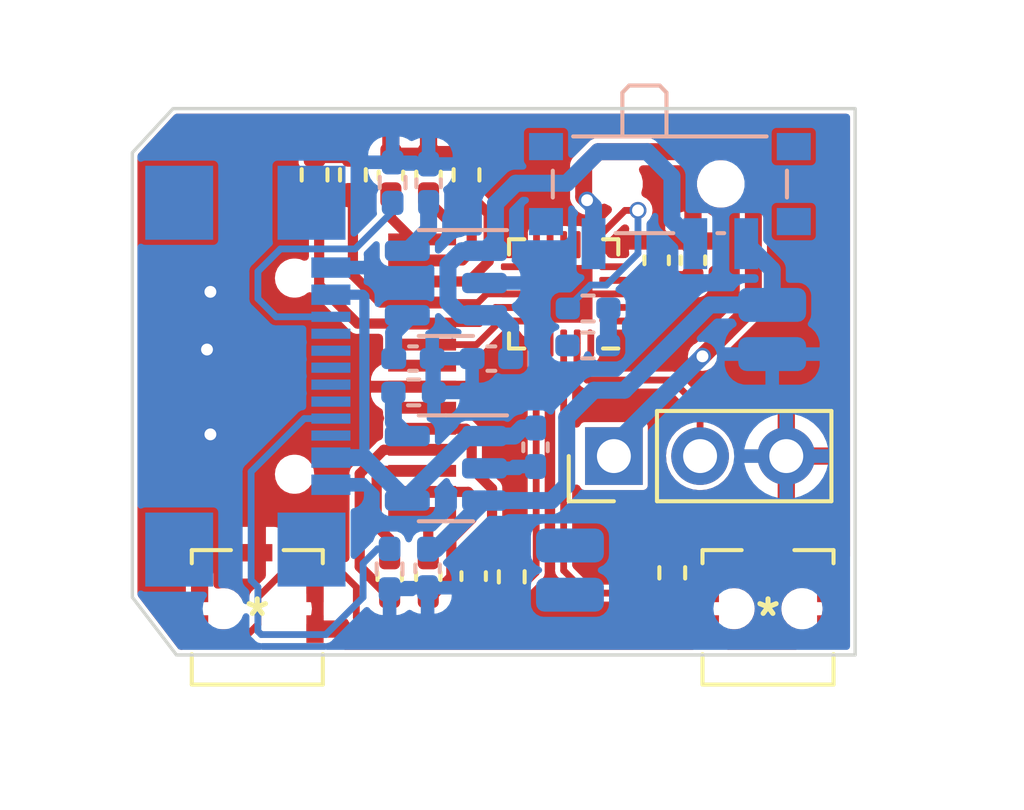
<source format=kicad_pcb>
(kicad_pcb (version 20211014) (generator pcbnew)
  (layers (0 "F.Cu" signal) (1 "In1.Cu" signal) (2 "In2.Cu" signal) (31 "B.Cu" power) (34 "B.Paste" user) (35 "F.Paste" user) (36 "B.SilkS" user "B.Silkscreen") (37 "F.SilkS" user "F.Silkscreen") (38 "B.Mask" user) (39 "F.Mask" user) (44 "Edge.Cuts" user))
  (net 0 "")
  (net 1 "/C2P")
  (net 2 "/C2N")
  (net 3 "/C1P")
  (net 4 "/C1N")
  (net 5 "GND")
  (net 6 "/VBUS")
  (net 7 "/BAT+")
  (net 8 "/bypass")
  (net 9 "/VBAT")
  (net 10 "+3V3")
  (net 11 "/-Piezo")
  (net 14 "SCL")
  (net 15 "SDA")
  (net 16 "BTN_RIGHT")
  (net 17 "BTN_LEFT")
  (net 18 "SENSE")
  (net 19 "VCC")
  (net 20 "UDPI")
  (net 22 "~{RES}")
  (net 29 "/CRG_PROG")
  (net 34 "/VCOMM")
  (net 35 "/VCC_CAP")
  (net 37 "/IREF")
  (net 42 "/CC1")
  (net 43 "/CC2")
  (net 44 "/PWR_IN")
  (footprint "Capacitor_SMD:C_0402_1005Metric_Pad0.74x0.62mm_HandSolder" (layer "F.Cu") (at 98.3825 88.5775 -90)
    (fp_text reference "C2" hide)
    (fp_text value "1uF")
    (fp_line (start -0.115835 -0.36) (end 0.115835 -0.36) (layer "F.SilkS") (width 0.12))
    (fp_line (start -0.115835 0.36) (end 0.115835 0.36) (layer "F.SilkS") (width 0.12))
    (pad "1" smd roundrect (at -0.5675 0 270) (size 0.735 0.62) (layers "F.Cu" "F.Paste" "F.Mask") (net 3 "/C1P"))
    (pad "2" smd roundrect (at 0.5675 0 270) (size 0.735 0.62) (layers "F.Cu" "F.Paste" "F.Mask") (net 4 "/C1N"))
  )
  (footprint "SMD_button:R-667799" (layer "F.Cu") (at 109.532 89.9918 180)
    (fp_text reference "SW2" hide)
    (fp_text value "BTN_LEFT" hide)
    (fp_text user "*" (at 0 0.2) (layer "F.SilkS"))
    (fp_line (start -1.9304 -1.7812) (end -1.9304 -0.884939) (layer "F.SilkS") (width 0.12))
    (fp_line (start -1.9304 1.793339) (end -1.9304 2.1812) (layer "F.SilkS") (width 0.12))
    (fp_line (start 1.9304 -1.7812) (end -1.9304 -1.7812) (layer "F.SilkS") (width 0.12))
    (fp_line (start 1.9304 2.1812) (end 1.9304 1.793339) (layer "F.SilkS") (width 0.12))
    (fp_line (start 1.9304 -0.884939) (end 1.9304 -1.7812) (layer "F.SilkS") (width 0.12))
    (fp_line (start -1.9304 2.1812) (end -0.77724 2.1812) (layer "F.SilkS") (width 0.12))
    (fp_line (start 0.77724 2.1812) (end 1.9304 2.1812) (layer "F.SilkS") (width 0.12))
    (pad "" np_thru_hole circle (at 1.000001 0.4542) (size 0.7112 0.7112) (drill 0.7112) (layers *.Cu *.Mask))
    (pad "" np_thru_hole circle (at -1.000001 0.4542) (size 0.7112 0.7112) (drill 0.7112) (layers *.Cu *.Mask))
    (pad "1" smd rect (at 1.700002 -0.145799) (size 0.508 0.8128) (layers "F.Cu" "F.Paste" "F.Mask") (net 17 "BTN_LEFT"))
    (pad "2" smd rect (at -1.700002 -0.145799) (size 0.508 0.8128) (layers "F.Cu" "F.Paste" "F.Mask") (net 5 "GND"))
    (pad "2" smd rect (at -1.700002 1.054199) (size 0.508 0.8128) (layers "F.Cu" "F.Paste" "F.Mask") (net 5 "GND"))
    (pad "2" smd rect (at 0 2.104199) (size 0.889 0.508) (layers "F.Cu" "F.Paste" "F.Mask") (net 5 "GND"))
    (pad "G" smd rect (at 1.700002 1.054199) (size 0.508 0.8128) (layers "F.Cu" "F.Paste" "F.Mask"))
  )
  (footprint "Package_DFN_QFN:VQFN-20-1EP_3x3mm_P0.4mm_EP1.7x1.7mm" (layer "F.Cu") (at 103.51 80.26 180)
    (fp_text reference "U4" hide)
    (fp_text value "ATtiny1616-MNR")
    (fp_line (start -1.61 1.61) (end -1.61 1.16) (layer "F.SilkS") (width 0.12))
    (fp_line (start -1.16 -1.61) (end -1.61 -1.61) (layer "F.SilkS") (width 0.12))
    (fp_line (start -1.16 1.61) (end -1.61 1.61) (layer "F.SilkS") (width 0.12))
    (fp_line (start 1.61 -1.61) (end 1.61 -1.16) (layer "F.SilkS") (width 0.12))
    (fp_line (start 1.16 -1.61) (end 1.61 -1.61) (layer "F.SilkS") (width 0.12))
    (fp_line (start 1.16 1.61) (end 1.61 1.61) (layer "F.SilkS") (width 0.12))
    (fp_line (start 1.61 1.61) (end 1.61 1.16) (layer "F.SilkS") (width 0.12))
    (pad "1" smd custom (at -1.45 -0.8 180) (size 0.143431 0.143431) (layers "F.Cu" "F.Paste" "F.Mask") (options (clearance outline) (anchor circle)) (primitives (gr_poly (pts (xy 0.35 0.000711) (xy 0.35 0.05) (xy -0.35 0.05) (xy -0.35 -0.05) (xy 0.299289 -0.05)) (width 0.1) (fill yes))))
    (pad "2" smd roundrect (at -1.45 -0.4 180) (size 0.8 0.2) (layers "F.Cu" "F.Paste" "F.Mask"))
    (pad "3" smd roundrect (at -1.45 0 180) (size 0.8 0.2) (layers "F.Cu" "F.Paste" "F.Mask") (net 5 "GND"))
    (pad "4" smd roundrect (at -1.45 0.4 180) (size 0.8 0.2) (layers "F.Cu" "F.Paste" "F.Mask") (net 10 "+3V3"))
    (pad "5" smd custom (at -1.45 0.8 180) (size 0.143431 0.143431) (layers "F.Cu" "F.Paste" "F.Mask") (options (clearance outline) (anchor circle)) (primitives (gr_poly (pts (xy 0.35 -0.000711) (xy 0.299289 0.05) (xy -0.35 0.05) (xy -0.35 -0.05) (xy 0.35 -0.05)) (width 0.1) (fill yes))))
    (pad "6" smd custom (at -0.8 1.45 180) (size 0.143431 0.143431) (layers "F.Cu" "F.Paste" "F.Mask") (net 18 "SENSE") (options (clearance outline) (anchor circle)) (primitives (gr_poly (pts (xy 0.05 0.35) (xy -0.05 0.35) (xy -0.05 -0.299289) (xy 0.000711 -0.35) (xy 0.05 -0.35)) (width 0.1) (fill yes))))
    (pad "7" smd roundrect (at -0.4 1.45 180) (size 0.2 0.8) (layers "F.Cu" "F.Paste" "F.Mask"))
    (pad "8" smd roundrect (at 0 1.45 180) (size 0.2 0.8) (layers "F.Cu" "F.Paste" "F.Mask"))
    (pad "9" smd roundrect (at 0.4 1.45 180) (size 0.2 0.8) (layers "F.Cu" "F.Paste" "F.Mask"))
    (pad "10" smd custom (at 0.8 1.45 180) (size 0.143431 0.143431) (layers "F.Cu" "F.Paste" "F.Mask") (options (clearance outline) (anchor circle)) (primitives (gr_poly (pts (xy 0.05 -0.299289) (xy 0.05 0.35) (xy -0.05 0.35) (xy -0.05 -0.35) (xy -0.000711 -0.35)) (width 0.1) (fill yes))))
    (pad "11" smd custom (at 1.45 0.8 180) (size 0.143431 0.143431) (layers "F.Cu" "F.Paste" "F.Mask") (options (clearance outline) (anchor circle)) (primitives (gr_poly (pts (xy 0.35 0.05) (xy -0.299289 0.05) (xy -0.35 -0.000711) (xy -0.35 -0.05) (xy 0.35 -0.05)) (width 0.1) (fill yes))))
    (pad "12" smd roundrect (at 1.45 0.4 180) (size 0.8 0.2) (layers "F.Cu" "F.Paste" "F.Mask"))
    (pad "13" smd roundrect (at 1.45 0 180) (size 0.8 0.2) (layers "F.Cu" "F.Paste" "F.Mask") (net 15 "SDA"))
    (pad "14" smd roundrect (at 1.45 -0.4 180) (size 0.8 0.2) (layers "F.Cu" "F.Paste" "F.Mask") (net 14 "SCL"))
    (pad "15" smd custom (at 1.45 -0.8 180) (size 0.143431 0.143431) (layers "F.Cu" "F.Paste" "F.Mask") (net 22 "~{RES}") (options (clearance outline) (anchor circle)) (primitives (gr_poly (pts (xy 0.35 0.05) (xy -0.35 0.05) (xy -0.35 0.000711) (xy -0.299289 -0.05) (xy 0.35 -0.05)) (width 0.1) (fill yes))))
    (pad "16" smd custom (at 0.8 -1.45 180) (size 0.143431 0.143431) (layers "F.Cu" "F.Paste" "F.Mask") (net 16 "BTN_RIGHT") (options (clearance outline) (anchor circle)) (primitives (gr_poly (pts (xy 0.05 0.299289) (xy -0.000711 0.35) (xy -0.05 0.35) (xy -0.05 -0.35) (xy 0.05 -0.35)) (width 0.1) (fill yes))))
    (pad "17" smd roundrect (at 0.4 -1.45 180) (size 0.2 0.8) (layers "F.Cu" "F.Paste" "F.Mask"))
    (pad "18" smd roundrect (at 0 -1.45 180) (size 0.2 0.8) (layers "F.Cu" "F.Paste" "F.Mask") (net 17 "BTN_LEFT"))
    (pad "19" smd roundrect (at -0.4 -1.45 180) (size 0.2 0.8) (layers "F.Cu" "F.Paste" "F.Mask") (net 20 "UDPI"))
    (pad "20" smd custom (at -0.8 -1.45 180) (size 0.143431 0.143431) (layers "F.Cu" "F.Paste" "F.Mask") (options (clearance outline) (anchor circle)) (primitives (gr_poly (pts (xy 0.05 0.35) (xy 0.000711 0.35) (xy -0.05 0.299289) (xy -0.05 -0.35) (xy 0.05 -0.35)) (width 0.1) (fill yes))))
    (pad "21" smd rect (at 0 0 180) (size 1.7 1.7) (layers "F.Cu" "F.Mask") (net 5 "GND"))
  )
  (footprint "Resistor_SMD:R_0402_1005Metric_Pad0.72x0.64mm_HandSolder" (layer "F.Cu") (at 97.299375 76.7525 -90)
    (fp_text reference "R4" hide)
    (fp_text value "2K")
    (fp_line (start -0.167621 0.38) (end 0.167621 0.38) (layer "F.SilkS") (width 0.12))
    (fp_line (start -0.167621 -0.38) (end 0.167621 -0.38) (layer "F.SilkS") (width 0.12))
    (pad "1" smd roundrect (at -0.5975 0 270) (size 0.715 0.64) (layers "F.Cu" "F.Paste" "F.Mask") (net 10 "+3V3"))
    (pad "2" smd roundrect (at 0.5975 0 270) (size 0.715 0.64) (layers "F.Cu" "F.Paste" "F.Mask") (net 15 "SDA"))
  )
  (footprint "Resistor_SMD:R_0402_1005Metric_Pad0.72x0.64mm_HandSolder" (layer "F.Cu") (at 106.71 88.48 -90)
    (fp_text reference "R7" hide)
    (fp_text value "2K")
    (fp_line (start -0.167621 0.38) (end 0.167621 0.38) (layer "F.SilkS") (width 0.12))
    (fp_line (start -0.167621 -0.38) (end 0.167621 -0.38) (layer "F.SilkS") (width 0.12))
    (pad "1" smd roundrect (at -0.5975 0 270) (size 0.715 0.64) (layers "F.Cu" "F.Paste" "F.Mask") (net 10 "+3V3"))
    (pad "2" smd roundrect (at 0.5975 0 270) (size 0.715 0.64) (layers "F.Cu" "F.Paste" "F.Mask") (net 17 "BTN_LEFT"))
  )
  (footprint "Capacitor_SMD:C_0402_1005Metric_Pad0.74x0.62mm_HandSolder" (layer "F.Cu") (at 100.8575 88.5775 -90)
    (fp_text reference "C9" hide)
    (fp_text value "1uF")
    (fp_line (start -0.115835 -0.36) (end 0.115835 -0.36) (layer "F.SilkS") (width 0.12))
    (fp_line (start -0.115835 0.36) (end 0.115835 0.36) (layer "F.SilkS") (width 0.12))
    (pad "1" smd roundrect (at -0.5675 0 270) (size 0.735 0.62) (layers "F.Cu" "F.Paste" "F.Mask") (net 9 "/VBAT"))
    (pad "2" smd roundrect (at 0.5675 0 270) (size 0.735 0.62) (layers "F.Cu" "F.Paste" "F.Mask") (net 5 "GND"))
  )
  (footprint "Capacitor_SMD:C_0402_1005Metric_Pad0.74x0.62mm_HandSolder" (layer "F.Cu") (at 99.528125 76.7725 90)
    (fp_text reference "C5" hide)
    (fp_text value "4.7uF")
    (fp_line (start -0.115835 -0.36) (end 0.115835 -0.36) (layer "F.SilkS") (width 0.12))
    (fp_line (start -0.115835 0.36) (end 0.115835 0.36) (layer "F.SilkS") (width 0.12))
    (pad "1" smd roundrect (at -0.5675 0 90) (size 0.735 0.62) (layers "F.Cu" "F.Paste" "F.Mask") (net 34 "/VCOMM"))
    (pad "2" smd roundrect (at 0.5675 0 90) (size 0.735 0.62) (layers "F.Cu" "F.Paste" "F.Mask") (net 5 "GND"))
  )
  (footprint "SMD_button:R-667799" (layer "F.Cu") (at 94.482 89.9918 180)
    (fp_text reference "SW4" hide)
    (fp_text value "BTN_RIGHT" hide)
    (fp_text user "*" (at 0 0.2) (layer "F.SilkS"))
    (fp_line (start -1.9304 1.793339) (end -1.9304 2.1812) (layer "F.SilkS") (width 0.12))
    (fp_line (start 0.77724 2.1812) (end 1.9304 2.1812) (layer "F.SilkS") (width 0.12))
    (fp_line (start 1.9304 -0.884939) (end 1.9304 -1.7812) (layer "F.SilkS") (width 0.12))
    (fp_line (start 1.9304 -1.7812) (end -1.9304 -1.7812) (layer "F.SilkS") (width 0.12))
    (fp_line (start -1.9304 2.1812) (end -0.77724 2.1812) (layer "F.SilkS") (width 0.12))
    (fp_line (start -1.9304 -1.7812) (end -1.9304 -0.884939) (layer "F.SilkS") (width 0.12))
    (fp_line (start 1.9304 2.1812) (end 1.9304 1.793339) (layer "F.SilkS") (width 0.12))
    (pad "" np_thru_hole circle (at 1.000001 0.4542) (size 0.7112 0.7112) (drill 0.7112) (layers *.Cu *.Mask))
    (pad "" np_thru_hole circle (at -1.000001 0.4542) (size 0.7112 0.7112) (drill 0.7112) (layers *.Cu *.Mask))
    (pad "1" smd rect (at 1.700002 -0.145799) (size 0.508 0.8128) (layers "F.Cu" "F.Paste" "F.Mask") (net 16 "BTN_RIGHT"))
    (pad "2" smd rect (at -1.700002 1.054199) (size 0.508 0.8128) (layers "F.Cu" "F.Paste" "F.Mask") (net 5 "GND"))
    (pad "2" smd rect (at 0 2.104199) (size 0.889 0.508) (layers "F.Cu" "F.Paste" "F.Mask") (net 5 "GND"))
    (pad "2" smd rect (at -1.700002 -0.145799) (size 0.508 0.8128) (layers "F.Cu" "F.Paste" "F.Mask") (net 5 "GND"))
    (pad "G" smd rect (at 1.700002 1.054199) (size 0.508 0.8128) (layers "F.Cu" "F.Paste" "F.Mask"))
  )
  (footprint "Resistor_SMD:R_0402_1005Metric_Pad0.72x0.64mm_HandSolder" (layer "F.Cu") (at 101.98 88.5975 -90)
    (fp_text reference "R5" hide)
    (fp_text value "2K")
    (fp_line (start -0.167621 -0.38) (end 0.167621 -0.38) (layer "F.SilkS") (width 0.12))
    (fp_line (start -0.167621 0.38) (end 0.167621 0.38) (layer "F.SilkS") (width 0.12))
    (pad "1" smd roundrect (at -0.5975 0 270) (size 0.715 0.64) (layers "F.Cu" "F.Paste" "F.Mask") (net 10 "+3V3"))
    (pad "2" smd roundrect (at 0.5975 0 270) (size 0.715 0.64) (layers "F.Cu" "F.Paste" "F.Mask") (net 16 "BTN_RIGHT"))
  )
  (footprint "Capacitor_SMD:C_0402_1005Metric_Pad0.74x0.62mm_HandSolder" (layer "F.Cu") (at 106.25 79.27 90)
    (fp_text reference "C11" hide)
    (fp_text value "1uF")
    (fp_line (start -0.115835 -0.36) (end 0.115835 -0.36) (layer "F.SilkS") (width 0.12))
    (fp_line (start -0.115835 0.36) (end 0.115835 0.36) (layer "F.SilkS") (width 0.12))
    (pad "1" smd roundrect (at -0.5675 0 90) (size 0.735 0.62) (layers "F.Cu" "F.Paste" "F.Mask") (net 10 "+3V3"))
    (pad "2" smd roundrect (at 0.5675 0 90) (size 0.735 0.62) (layers "F.Cu" "F.Paste" "F.Mask") (net 5 "GND"))
  )
  (footprint "Resistor_SMD:R_0402_1005Metric_Pad0.72x0.64mm_HandSolder" (layer "F.Cu") (at 100.6475 76.7525 90)
    (fp_text reference "R2" hide)
    (fp_text value "330K")
    (fp_line (start -0.167621 0.38) (end 0.167621 0.38) (layer "F.SilkS") (width 0.12))
    (fp_line (start -0.167621 -0.38) (end 0.167621 -0.38) (layer "F.SilkS") (width 0.12))
    (pad "1" smd roundrect (at -0.5975 0 90) (size 0.715 0.64) (layers "F.Cu" "F.Paste" "F.Mask") (net 37 "/IREF"))
    (pad "2" smd roundrect (at 0.5975 0 90) (size 0.715 0.64) (layers "F.Cu" "F.Paste" "F.Mask") (net 5 "GND"))
  )
  (footprint "Connector_PinHeader_2.54mm:PinHeader_1x03_P2.54mm_Vertical" (layer "F.Cu") (at 104.99 85.04 90)
    (fp_text reference "J3" hide)
    (fp_text value "UDPI connector")
    (fp_line (start 1.33 1.27) (end 1.33 6.41) (layer "F.SilkS") (width 0.12))
    (fp_line (start -1.33 1.27) (end -1.33 6.41) (layer "F.SilkS") (width 0.12))
    (fp_line (start -1.33 6.41) (end 1.33 6.41) (layer "F.SilkS") (width 0.12))
    (fp_line (start -1.33 0) (end -1.33 -1.33) (layer "F.SilkS") (width 0.12))
    (fp_line (start -1.33 1.27) (end 1.33 1.27) (layer "F.SilkS") (width 0.12))
    (fp_line (start -1.33 -1.33) (end 0 -1.33) (layer "F.SilkS") (width 0.12))
    (pad "1" thru_hole rect (at 0 0 90) (size 1.7 1.7) (drill 1) (layers *.Cu *.Mask) (net 19 "VCC"))
    (pad "2" thru_hole oval (at 0 2.54 90) (size 1.7 1.7) (drill 1) (layers *.Cu *.Mask) (net 20 "UDPI"))
    (pad "3" thru_hole oval (at 0 5.08 90) (size 1.7 1.7) (drill 1) (layers *.Cu *.Mask) (net 5 "GND"))
  )
  (footprint "Resistor_SMD:R_0402_1005Metric_Pad0.72x0.64mm_HandSolder" (layer "F.Cu") (at 96.17 76.7525 -90)
    (fp_text reference "R3" hide)
    (fp_text value "2K")
    (fp_line (start -0.167621 0.38) (end 0.167621 0.38) (layer "F.SilkS") (width 0.12))
    (fp_line (start -0.167621 -0.38) (end 0.167621 -0.38) (layer "F.SilkS") (width 0.12))
    (pad "1" smd roundrect (at -0.5975 0 270) (size 0.715 0.64) (layers "F.Cu" "F.Paste" "F.Mask") (net 10 "+3V3"))
    (pad "2" smd roundrect (at 0.5975 0 270) (size 0.715 0.64) (layers "F.Cu" "F.Paste" "F.Mask") (net 14 "SCL"))
  )
  (footprint "hafvklocka_footprints_lib:SSD1306-14pin" (layer "F.Cu") (at 99.34 82.685 90)
    (fp_text reference "U1" hide)
    (fp_text value "SSD1306-14pin")
    (pad "1" smd rect (at -4.03 0 90) (size 0.35 2) (layers "F.Cu" "F.Paste" "F.Mask") (net 1 "/C2P"))
    (pad "2" smd rect (at -3.41 0 90) (size 0.35 2) (layers "F.Cu" "F.Paste" "F.Mask") (net 2 "/C2N"))
    (pad "3" smd rect (at -2.79 0 90) (size 0.35 2) (layers "F.Cu" "F.Paste" "F.Mask") (net 3 "/C1P"))
    (pad "4" smd rect (at -2.17 0 90) (size 0.35 2) (layers "F.Cu" "F.Paste" "F.Mask") (net 4 "/C1N"))
    (pad "5" smd rect (at -1.55 0 90) (size 0.35 2) (layers "F.Cu" "F.Paste" "F.Mask") (net 9 "/VBAT"))
    (pad "6" smd rect (at -0.93 0 90) (size 0.35 2) (layers "F.Cu" "F.Paste" "F.Mask"))
    (pad "7" smd rect (at -0.31 0 90) (size 0.35 2) (layers "F.Cu" "F.Paste" "F.Mask") (net 5 "GND"))
    (pad "8" smd rect (at 0.31 0 90) (size 0.35 2) (layers "F.Cu" "F.Paste" "F.Mask") (net 10 "+3V3"))
    (pad "9" smd rect (at 0.93 0 90) (size 0.35 2) (layers "F.Cu" "F.Paste" "F.Mask") (net 22 "~{RES}"))
    (pad "10" smd rect (at 1.55 0 90) (size 0.35 2) (layers "F.Cu" "F.Paste" "F.Mask") (net 14 "SCL"))
    (pad "11" smd rect (at 2.17 0 90) (size 0.35 2) (layers "F.Cu" "F.Paste" "F.Mask") (net 15 "SDA"))
    (pad "12" smd rect (at 2.79 0 90) (size 0.35 2) (layers "F.Cu" "F.Paste" "F.Mask") (net 37 "/IREF"))
    (pad "13" smd rect (at 3.41 0 90) (size 0.35 2) (layers "F.Cu" "F.Paste" "F.Mask") (net 34 "/VCOMM"))
    (pad "14" smd rect (at 4.03 0 90) (size 0.35 2) (layers "F.Cu" "F.Paste" "F.Mask") (net 35 "/VCC_CAP"))
  )
  (footprint "Capacitor_SMD:C_0402_1005Metric_Pad0.74x0.62mm_HandSolder" (layer "F.Cu") (at 98.41875 76.7725 90)
    (fp_text reference "C6" hide)
    (fp_text value "2.2uF")
    (fp_line (start -0.115835 0.36) (end 0.115835 0.36) (layer "F.SilkS") (width 0.12))
    (fp_line (start -0.115835 -0.36) (end 0.115835 -0.36) (layer "F.SilkS") (width 0.12))
    (pad "1" smd roundrect (at -0.5675 0 90) (size 0.735 0.62) (layers "F.Cu" "F.Paste" "F.Mask") (net 35 "/VCC_CAP"))
    (pad "2" smd roundrect (at 0.5675 0 90) (size 0.735 0.62) (layers "F.Cu" "F.Paste" "F.Mask") (net 5 "GND"))
  )
  (footprint "Capacitor_SMD:C_0402_1005Metric_Pad0.74x0.62mm_HandSolder" (layer "F.Cu") (at 107.32 79.27 90)
    (fp_text reference "C12" hide)
    (fp_text value "100n")
    (fp_line (start -0.115835 -0.36) (end 0.115835 -0.36) (layer "F.SilkS") (width 0.12))
    (fp_line (start -0.115835 0.36) (end 0.115835 0.36) (layer "F.SilkS") (width 0.12))
    (pad "1" smd roundrect (at -0.5675 0 90) (size 0.735 0.62) (layers "F.Cu" "F.Paste" "F.Mask") (net 10 "+3V3"))
    (pad "2" smd roundrect (at 0.5675 0 90) (size 0.735 0.62) (layers "F.Cu" "F.Paste" "F.Mask") (net 5 "GND"))
  )
  (footprint "Capacitor_SMD:C_0402_1005Metric_Pad0.74x0.62mm_HandSolder" (layer "F.Cu") (at 99.52 88.5775 -90)
    (fp_text reference "C1" hide)
    (fp_text value "1uF")
    (fp_line (start -0.115835 0.36) (end 0.115835 0.36) (layer "F.SilkS") (width 0.12))
    (fp_line (start -0.115835 -0.36) (end 0.115835 -0.36) (layer "F.SilkS") (width 0.12))
    (pad "1" smd roundrect (at -0.5675 0 270) (size 0.735 0.62) (layers "F.Cu" "F.Paste" "F.Mask") (net 1 "/C2P"))
    (pad "2" smd roundrect (at 0.5675 0 270) (size 0.735 0.62) (layers "F.Cu" "F.Paste" "F.Mask") (net 2 "/C2N"))
  )
  (footprint "hafvklocka_footprints_lib:SOFNG MC-311S USB-C" (layer "B.Cu") (at 92.18 82.685 90)
    (fp_text reference "J8" hide)
    (fp_text value "USB_C_Receptacle_USB2.0")
    (pad "" np_thru_hole circle (at 2.89 3.4 90) (size 0.65 0.65) (drill 0.65) (layers F&B.Cu *.Mask))
    (pad "" np_thru_hole circle (at -2.89 3.4 90) (size 0.65 0.65) (drill 0.65) (layers F&B.Cu *.Mask))
    (pad "A1" smd rect (at 3.2 4.47 90) (size 0.6 1.15) (layers "B.Cu" "B.Paste" "B.Mask") (net 5 "GND"))
    (pad "A1" smd rect (at -3.2 4.47 90) (size 0.6 1.15) (layers "B.Cu" "B.Paste" "B.Mask") (net 5 "GND"))
    (pad "A4" smd rect (at 2.4 4.47 90) (size 0.6 1.15) (layers "B.Cu" "B.Paste" "B.Mask") (net 6 "/VBUS"))
    (pad "A4" smd rect (at -2.4 4.47 90) (size 0.6 1.15) (layers "B.Cu" "B.Paste" "B.Mask") (net 6 "/VBUS"))
    (pad "A5" smd rect (at -1.25 4.47 90) (size 0.3 1.15) (layers "B.Cu" "B.Paste" "B.Mask") (net 42 "/CC1"))
    (pad "A6" smd rect (at -0.25 4.47 90) (size 0.3 1.15) (layers "B.Cu" "B.Paste" "B.Mask"))
    (pad "A7" smd rect (at 0.25 4.47 90) (size 0.3 1.15) (layers "B.Cu" "B.Paste" "B.Mask"))
    (pad "A8" smd rect (at 1.25 4.47 90) (size 0.3 1.15) (layers "B.Cu" "B.Paste" "B.Mask"))
    (pad "B5" smd rect (at 1.75 4.47 90) (size 0.3 1.15) (layers "B.Cu" "B.Paste" "B.Mask") (net 43 "/CC2"))
    (pad "B6" smd rect (at 0.75 4.47 90) (size 0.3 1.15) (layers "B.Cu" "B.Paste" "B.Mask"))
    (pad "B7" smd rect (at -0.75 4.47 90) (size 0.3 1.15) (layers "B.Cu" "B.Paste" "B.Mask"))
    (pad "B8" smd rect (at -1.75 4.47 90) (size 0.3 1.15) (layers "B.Cu" "B.Paste" "B.Mask"))
    (pad "S1" smd rect (at -5.11 0 90) (size 2.18 2) (layers "B.Cu" "B.Paste" "B.Mask"))
    (pad "S1" smd rect (at 5.11 3.9 90) (size 2.18 2) (layers "B.Cu" "B.Paste" "B.Mask"))
    (pad "S1" smd rect (at -5.11 3.9 90) (size 2.18 2) (layers "B.Cu" "B.Paste" "B.Mask"))
    (pad "S1" smd rect (at 5.11 0 90) (size 2.18 2) (layers "B.Cu" "B.Paste" "B.Mask"))
  )
  (footprint "Capacitor_SMD:C_0402_1005Metric_Pad0.74x0.62mm_HandSolder" (layer "B.Cu") (at 99.53 77 90)
    (fp_text reference "C10" hide)
    (fp_text value "1uF")
    (fp_line (start -0.115835 0.36) (end 0.115835 0.36) (layer "B.SilkS") (width 0.12))
    (fp_line (start -0.115835 -0.36) (end 0.115835 -0.36) (layer "B.SilkS") (width 0.12))
    (pad "1" smd roundrect (at -0.5675 0 90) (size 0.735 0.62) (layers "B.Cu" "B.Paste" "B.Mask") (net 10 "+3V3"))
    (pad "2" smd roundrect (at 0.5675 0 90) (size 0.735 0.62) (layers "B.Cu" "B.Paste" "B.Mask") (net 5 "GND"))
  )
  (footprint "Button_Switch_SMD:SW_SPDT_PCM12" (layer "B.Cu") (at 106.64 77.35)
    (fp_text reference "SW1" hide)
    (fp_text value "PWR_SEL")
    (fp_line (start -1.6 1.12) (end 0.1 1.12) (layer "B.SilkS") (width 0.12))
    (fp_line (start -1.4 -1.73) (end -1.4 -3.02) (layer "B.SilkS") (width 0.12))
    (fp_line (start -3.45 0.07) (end -3.45 -0.72) (layer "B.SilkS") (width 0.12))
    (fp_line (start 1.4 1.12) (end 1.6 1.12) (layer "B.SilkS") (width 0.12))
    (fp_line (start -0.1 -3.02) (end -0.1 -1.73) (layer "B.SilkS") (width 0.12))
    (fp_line (start 3.45 -0.72) (end 3.45 0.07) (layer "B.SilkS") (width 0.12))
    (fp_line (start -2.85 -1.73) (end 2.85 -1.73) (layer "B.SilkS") (width 0.12))
    (fp_line (start -1.2 -3.23) (end -0.3 -3.23) (layer "B.SilkS") (width 0.12))
    (fp_line (start -0.1 -3.02) (end -0.3 -3.23) (layer "B.SilkS") (width 0.12))
    (fp_line (start -1.4 -3.02) (end -1.2 -3.23) (layer "B.SilkS") (width 0.12))
    (pad "" np_thru_hole circle (at -1.5 -0.33) (size 0.9 0.9) (drill 0.9) (layers *.Cu *.Mask))
    (pad "" smd rect (at 3.65 -1.43) (size 1 0.8) (layers "B.Cu" "B.Paste" "B.Mask"))
    (pad "" np_thru_hole circle (at 1.5 -0.33) (size 0.9 0.9) (drill 0.9) (layers *.Cu *.Mask))
    (pad "" smd rect (at -3.65 0.78) (size 1 0.8) (layers "B.Cu" "B.Paste" "B.Mask"))
    (pad "" smd rect (at -3.65 -1.43) (size 1 0.8) (layers "B.Cu" "B.Paste" "B.Mask"))
    (pad "" smd rect (at 3.65 0.78) (size 1 0.8) (layers "B.Cu" "B.Paste" "B.Mask"))
    (pad "1" smd rect (at -2.25 1.43) (size 0.7 1.5) (layers "B.Cu" "B.Paste" "B.Mask") (net 19 "VCC"))
    (pad "2" smd rect (at 0.75 1.43) (size 0.7 1.5) (layers "B.Cu" "B.Paste" "B.Mask") (net 44 "/PWR_IN"))
    (pad "3" smd rect (at 2.25 1.43) (size 0.7 1.5) (layers "B.Cu" "B.Paste" "B.Mask") (net 7 "/BAT+"))
  )
  (footprint "Resistor_SMD:R_0402_1005Metric_Pad0.72x0.64mm_HandSolder" (layer "B.Cu") (at 98.38 88.37 -90)
    (fp_text reference "R11" hide)
    (fp_text value "5K1")
    (fp_line (start -0.167621 -0.38) (end 0.167621 -0.38) (layer "B.SilkS") (width 0.12))
    (fp_line (start -0.167621 0.38) (end 0.167621 0.38) (layer "B.SilkS") (width 0.12))
    (pad "1" smd roundrect (at -0.5975 0 270) (size 0.715 0.64) (layers "B.Cu" "B.Paste" "B.Mask") (net 42 "/CC1"))
    (pad "2" smd roundrect (at 0.5975 0 270) (size 0.715 0.64) (layers "B.Cu" "B.Paste" "B.Mask") (net 5 "GND"))
  )
  (footprint "Resistor_SMD:R_0402_1005Metric_Pad0.72x0.64mm_HandSolder" (layer "B.Cu") (at 99.09 83.163332)
    (fp_text reference "R1" hide)
    (fp_text value "10K")
    (fp_line (start -0.167621 -0.38) (end 0.167621 -0.38) (layer "B.SilkS") (width 0.12))
    (fp_line (start -0.167621 0.38) (end 0.167621 0.38) (layer "B.SilkS") (width 0.12))
    (pad "1" smd roundrect (at -0.5975 0) (size 0.715 0.64) (layers "B.Cu" "B.Paste" "B.Mask") (net 29 "/CRG_PROG"))
    (pad "2" smd roundrect (at 0.5975 0) (size 0.715 0.64) (layers "B.Cu" "B.Paste" "B.Mask") (net 5 "GND"))
  )
  (footprint "Connector_Wire:SolderWirePad_1x01_SMD_1x2mm" (layer "B.Cu") (at 103.695 87.675 -90)
    (fp_text reference "J6" hide)
    (fp_text value "+PIEZO")
    (pad "1" smd roundrect (at 0 0 270) (size 1 2) (layers "B.Cu" "B.Paste" "B.Mask") (net 10 "+3V3"))
  )
  (footprint "Capacitor_SMD:C_0402_1005Metric_Pad0.74x0.62mm_HandSolder" (layer "B.Cu") (at 101.38 82.166666 180)
    (fp_text reference "C3" hide)
    (fp_text value "1uF")
    (fp_line (start -0.115835 0.36) (end 0.115835 0.36) (layer "B.SilkS") (width 0.12))
    (fp_line (start -0.115835 -0.36) (end 0.115835 -0.36) (layer "B.SilkS") (width 0.12))
    (pad "1" smd roundrect (at -0.5675 0 180) (size 0.735 0.62) (layers "B.Cu" "B.Paste" "B.Mask") (net 44 "/PWR_IN"))
    (pad "2" smd roundrect (at 0.5675 0 180) (size 0.735 0.62) (layers "B.Cu" "B.Paste" "B.Mask") (net 5 "GND"))
  )
  (footprint "Package_TO_SOT_SMD:SOT-23-5" (layer "B.Cu") (at 100.04 85.4 180)
    (fp_text reference "U2" hide)
    (fp_text value "MCP73812T-420I-OT")
    (fp_line (start 0 1.56) (end 0.8 1.56) (layer "B.SilkS") (width 0.12))
    (fp_line (start 0 -1.56) (end -0.8 -1.56) (layer "B.SilkS") (width 0.12))
    (fp_line (start 0 1.56) (end -1.8 1.56) (layer "B.SilkS") (width 0.12))
    (fp_line (start 0 -1.56) (end 0.8 -1.56) (layer "B.SilkS") (width 0.12))
    (pad "1" smd roundrect (at -1.1375 0.95 180) (size 1.325 0.6) (layers "B.Cu" "B.Paste" "B.Mask") (net 6 "/VBUS"))
    (pad "2" smd roundrect (at -1.1375 0 180) (size 1.325 0.6) (layers "B.Cu" "B.Paste" "B.Mask") (net 5 "GND"))
    (pad "3" smd roundrect (at -1.1375 -0.95 180) (size 1.325 0.6) (layers "B.Cu" "B.Paste" "B.Mask") (net 7 "/BAT+"))
    (pad "4" smd roundrect (at 1.1375 -0.95 180) (size 1.325 0.6) (layers "B.Cu" "B.Paste" "B.Mask") (net 6 "/VBUS"))
    (pad "5" smd roundrect (at 1.1375 0.95 180) (size 1.325 0.6) (layers "B.Cu" "B.Paste" "B.Mask") (net 29 "/CRG_PROG"))
  )
  (footprint "Package_TO_SOT_SMD:SOT-23-5" (layer "B.Cu") (at 100.04 79.94 180)
    (fp_text reference "U3" hide)
    (fp_text value "TC1014-3.3VCT713")
    (fp_line (start 0 -1.56) (end 0.8 -1.56) (layer "B.SilkS") (width 0.12))
    (fp_line (start 0 1.56) (end -1.8 1.56) (layer "B.SilkS") (width 0.12))
    (fp_line (start 0 -1.56) (end -0.8 -1.56) (layer "B.SilkS") (width 0.12))
    (fp_line (start 0 1.56) (end 0.8 1.56) (layer "B.SilkS") (width 0.12))
    (pad "1" smd roundrect (at -1.1375 0.95 180) (size 1.325 0.6) (layers "B.Cu" "B.Paste" "B.Mask") (net 44 "/PWR_IN"))
    (pad "2" smd roundrect (at -1.1375 0 180) (size 1.325 0.6) (layers "B.Cu" "B.Paste" "B.Mask") (net 5 "GND"))
    (pad "3" smd roundrect (at -1.1375 -0.95 180) (size 1.325 0.6) (layers "B.Cu" "B.Paste" "B.Mask") (net 44 "/PWR_IN"))
    (pad "4" smd roundrect (at 1.1375 -0.95 180) (size 1.325 0.6) (layers "B.Cu" "B.Paste" "B.Mask") (net 8 "/bypass"))
    (pad "5" smd roundrect (at 1.1375 0.95 180) (size 1.325 0.6) (layers "B.Cu" "B.Paste" "B.Mask") (net 10 "+3V3"))
  )
  (footprint "Capacitor_SMD:C_0402_1005Metric_Pad0.74x0.62mm_HandSolder" (layer "B.Cu") (at 99.07 82.166666)
    (fp_text reference "C8" hide)
    (fp_text value "470pF")
    (fp_line (start -0.115835 0.36) (end 0.115835 0.36) (layer "B.SilkS") (width 0.12))
    (fp_line (start -0.115835 -0.36) (end 0.115835 -0.36) (layer "B.SilkS") (width 0.12))
    (pad "1" smd roundrect (at -0.5675 0) (size 0.735 0.62) (layers "B.Cu" "B.Paste" "B.Mask") (net 8 "/bypass"))
    (pad "2" smd roundrect (at 0.5675 0) (size 0.735 0.62) (layers "B.Cu" "B.Paste" "B.Mask") (net 5 "GND"))
  )
  (footprint "Resistor_SMD:R_0402_1005Metric_Pad0.72x0.64mm_HandSolder" (layer "B.Cu") (at 104.23 80.69)
    (fp_text reference "R8" hide)
    (fp_text value "100K")
    (fp_line (start -0.167621 0.38) (end 0.167621 0.38) (layer "B.SilkS") (width 0.12))
    (fp_line (start -0.167621 -0.38) (end 0.167621 -0.38) (layer "B.SilkS") (width 0.12))
    (pad "1" smd roundrect (at -0.5975 0) (size 0.715 0.64) (layers "B.Cu" "B.Paste" "B.Mask") (net 18 "SENSE"))
    (pad "2" smd roundrect (at 0.5975 0) (size 0.715 0.64) (layers "B.Cu" "B.Paste" "B.Mask") (net 11 "/-Piezo"))
  )
  (footprint "Connector_Wire:SolderWirePad_1x01_SMD_1x2mm" (layer "B.Cu") (at 103.695 89.125 -90)
    (fp_text reference "J7" hide)
    (fp_text value "-PIEZO")
    (pad "1" smd roundrect (at 0 0 270) (size 1 2) (layers "B.Cu" "B.Paste" "B.Mask") (net 11 "/-Piezo"))
  )
  (footprint "Resistor_SMD:R_0402_1005Metric_Pad0.72x0.64mm_HandSolder" (layer "B.Cu") (at 104.22 81.78 180)
    (fp_text reference "R9" hide)
    (fp_text value "1M")
    (fp_line (start -0.167621 0.38) (end 0.167621 0.38) (layer "B.SilkS") (width 0.12))
    (fp_line (start -0.167621 -0.38) (end 0.167621 -0.38) (layer "B.SilkS") (width 0.12))
    (pad "1" smd roundrect (at -0.5975 0 180) (size 0.715 0.64) (layers "B.Cu" "B.Paste" "B.Mask") (net 11 "/-Piezo"))
    (pad "2" smd roundrect (at 0.5975 0 180) (size 0.715 0.64) (layers "B.Cu" "B.Paste" "B.Mask") (net 10 "+3V3"))
  )
  (footprint "Resistor_SMD:R_0402_1005Metric_Pad0.72x0.64mm_HandSolder" (layer "B.Cu") (at 98.47 76.98 90)
    (fp_text reference "R10" hide)
    (fp_text value "5K1")
    (fp_line (start -0.167621 0.38) (end 0.167621 0.38) (layer "B.SilkS") (width 0.12))
    (fp_line (start -0.167621 -0.38) (end 0.167621 -0.38) (layer "B.SilkS") (width 0.12))
    (pad "1" smd roundrect (at -0.5975 0 90) (size 0.715 0.64) (layers "B.Cu" "B.Paste" "B.Mask") (net 43 "/CC2"))
    (pad "2" smd roundrect (at 0.5975 0 90) (size 0.715 0.64) (layers "B.Cu" "B.Paste" "B.Mask") (net 5 "GND"))
  )
  (footprint "Connector_Wire:SolderWirePad_1x01_SMD_1x2mm" (layer "B.Cu") (at 109.655 82.035 -90)
    (fp_text reference "J2" hide)
    (fp_text value "-BAT")
    (pad "1" smd roundrect (at 0 0 270) (size 1 2) (layers "B.Cu" "B.Paste" "B.Mask") (net 5 "GND"))
  )
  (footprint "Connector_Wire:SolderWirePad_1x01_SMD_1x2mm" (layer "B.Cu") (at 109.655 80.585 -90)
    (fp_text reference "J1" hide)
    (fp_text value "+BAT")
    (pad "1" smd roundrect (at 0 0 270) (size 1 2) (layers "B.Cu" "B.Paste" "B.Mask") (net 7 "/BAT+"))
  )
  (footprint "Capacitor_SMD:C_0402_1005Metric_Pad0.74x0.62mm_HandSolder" (layer "B.Cu") (at 99.5 88.35 -90)
    (fp_text reference "C7" hide)
    (fp_text value "1uF")
    (fp_line (start -0.115835 0.36) (end 0.115835 0.36) (layer "B.SilkS") (width 0.12))
    (fp_line (start -0.115835 -0.36) (end 0.115835 -0.36) (layer "B.SilkS") (width 0.12))
    (pad "1" smd roundrect (at -0.5675 0 270) (size 0.735 0.62) (layers "B.Cu" "B.Paste" "B.Mask") (net 7 "/BAT+"))
    (pad "2" smd roundrect (at 0.5675 0 270) (size 0.735 0.62) (layers "B.Cu" "B.Paste" "B.Mask") (net 5 "GND"))
  )
  (footprint "Capacitor_SMD:C_0402_1005Metric_Pad0.74x0.62mm_HandSolder" (layer "B.Cu") (at 102.68 84.78 -90)
    (fp_text reference "C4" hide)
    (fp_text value "1uF")
    (fp_line (start -0.115835 -0.36) (end 0.115835 -0.36) (layer "B.SilkS") (width 0.12))
    (fp_line (start -0.115835 0.36) (end 0.115835 0.36) (layer "B.SilkS") (width 0.12))
    (pad "1" smd roundrect (at -0.5675 0 270) (size 0.735 0.62) (layers "B.Cu" "B.Paste" "B.Mask") (net 6 "/VBUS"))
    (pad "2" smd roundrect (at 0.5675 0 270) (size 0.735 0.62) (layers "B.Cu" "B.Paste" "B.Mask") (net 5 "GND"))
  )
  (gr_poly (pts (xy 112.1 90.9) (xy 107.8 90.9) (xy 92.1 90.9) (xy 90.8 89.2) (xy 90.8 76.1) (xy 92 74.8) (xy 101.8 74.8) (xy 104.3 74.8) (xy 104.6 74.8) (xy 108.4 74.8) (xy 108.9 74.8) (xy 112.1 74.8)) (layer "Edge.Cuts") (width 0.1) (fill none))
  (segment (start 99.52 88.01) (end 99.52 86.895) (width 0.3) (layer "F.Cu") (net 1))
  (segment (start 99.52 86.895) (end 99.34 86.715) (width 0.3) (layer "F.Cu") (net 1))
  (segment (start 100.695 86.095) (end 99.34 86.095) (width 0.3) (layer "F.Cu") (net 2))
  (segment (start 99.52 89.145) (end 99.655 89.145) (width 0.3) (layer "F.Cu") (net 2))
  (segment (start 100.8 86.2) (end 100.695 86.095) (width 0.3) (layer "F.Cu") (net 2))
  (segment (start 100.2 88.6) (end 100.2 87.49) (width 0.3) (layer "F.Cu") (net 2))
  (segment (start 100.2 87.49) (end 100.8 86.89) (width 0.3) (layer "F.Cu") (net 2))
  (segment (start 99.655 89.145) (end 100.2 88.6) (width 0.3) (layer "F.Cu") (net 2))
  (segment (start 100.8 86.89) (end 100.8 86.2) (width 0.3) (layer "F.Cu") (net 2))
  (segment (start 98 87.1) (end 98 85.7) (width 0.3) (layer "F.Cu") (net 3))
  (segment (start 98.225 85.475) (end 99.34 85.475) (width 0.3) (layer "F.Cu") (net 3))
  (segment (start 98 85.7) (end 98.225 85.475) (width 0.3) (layer "F.Cu") (net 3))
  (segment (start 98.3825 88.01) (end 98.3825 87.4825) (width 0.3) (layer "F.Cu") (net 3))
  (segment (start 98.3825 87.4825) (end 98 87.1) (width 0.3) (layer "F.Cu") (net 3))
  (segment (start 97.5 88.3) (end 97.5 85.563604) (width 0.3) (layer "F.Cu") (net 4))
  (segment (start 98.345 89.145) (end 97.5 88.3) (width 0.3) (layer "F.Cu") (net 4))
  (segment (start 98.208604 84.855) (end 99.34 84.855) (width 0.3) (layer "F.Cu") (net 4))
  (segment (start 98.3825 89.145) (end 98.345 89.145) (width 0.3) (layer "F.Cu") (net 4))
  (segment (start 97.5 85.563604) (end 98.208604 84.855) (width 0.3) (layer "F.Cu") (net 4))
  (segment (start 104.96 80.26) (end 103.51 80.26) (width 0.2) (layer "F.Cu") (net 5))
  (via (at 93 81.9) (size 0.5) (drill 0.35) (layers "F.Cu" "B.Cu") (net 5))
  (via (at 93.1 80.2) (size 0.5) (drill 0.35) (layers "F.Cu" "B.Cu") (net 5))
  (via (at 93.1 84.4) (size 0.5) (drill 0.35) (layers "F.Cu" "B.Cu") (net 5))
  (segment (start 102.05 84.45) (end 101.1775 84.45) (width 0.5) (layer "B.Cu") (net 6))
  (segment (start 96.65 80.285) (end 97.585 80.285) (width 0.3) (layer "B.Cu") (net 6))
  (segment (start 97.6375 85.085) (end 98.9025 86.35) (width 0.5) (layer "B.Cu") (net 6))
  (segment (start 102.68 84.2125) (end 102.2875 84.2125) (width 0.5) (layer "B.Cu") (net 6))
  (segment (start 96.65 85.085) (end 97.6375 85.085) (width 0.5) (layer "B.Cu") (net 6))
  (segment (start 102.2875 84.2125) (end 102.05 84.45) (width 0.5) (layer "B.Cu") (net 6))
  (segment (start 98.9025 86.35) (end 98.9025 86.234683) (width 0.5) (layer "B.Cu") (net 6))
  (segment (start 97.6375 80.3375) (end 97.6375 85.085) (width 0.3) (layer "B.Cu") (net 6))
  (segment (start 100.687183 84.45) (end 101.1775 84.45) (width 0.5) (layer "B.Cu") (net 6))
  (segment (start 98.9025 86.234683) (end 100.687183 84.45) (width 0.5) (layer "B.Cu") (net 6))
  (segment (start 97.585 80.285) (end 97.6375 80.3375) (width 0.3) (layer "B.Cu") (net 6))
  (segment (start 101.1775 86.35) (end 103.15 86.35) (width 0.5) (layer "B.Cu") (net 7))
  (segment (start 107.815 80.585) (end 109.655 80.585) (width 0.5) (layer "B.Cu") (net 7))
  (segment (start 104.4 83.1) (end 105.3 83.1) (width 0.5) (layer "B.Cu") (net 7))
  (segment (start 99.5 87.7825) (end 99.745 87.7825) (width 0.5) (layer "B.Cu") (net 7))
  (segment (start 109.655 79.545) (end 108.89 78.78) (width 0.5) (layer "B.Cu") (net 7))
  (segment (start 109.655 80.585) (end 109.655 79.545) (width 0.5) (layer "B.Cu") (net 7))
  (segment (start 99.745 87.7825) (end 101.1775 86.35) (width 0.5) (layer "B.Cu") (net 7))
  (segment (start 103.6 85.9) (end 103.6 83.9) (width 0.5) (layer "B.Cu") (net 7))
  (segment (start 103.15 86.35) (end 103.6 85.9) (width 0.5) (layer "B.Cu") (net 7))
  (segment (start 105.3 83.1) (end 107.815 80.585) (width 0.5) (layer "B.Cu") (net 7))
  (segment (start 103.6 83.9) (end 104.4 83.1) (width 0.5) (layer "B.Cu") (net 7))
  (segment (start 98.9025 80.89) (end 98.9025 80.9975) (width 0.5) (layer "B.Cu") (net 8))
  (segment (start 98.5 82.164166) (end 98.5025 82.166666) (width 0.5) (layer "B.Cu") (net 8))
  (segment (start 98.5 81.4) (end 98.5 82.164166) (width 0.5) (layer "B.Cu") (net 8))
  (segment (start 98.9025 80.9975) (end 98.5 81.4) (width 0.5) (layer "B.Cu") (net 8))
  (segment (start 100.635 84.235) (end 99.34 84.235) (width 0.3) (layer "F.Cu") (net 9))
  (segment (start 101.4 86) (end 100.8 85.4) (width 0.3) (layer "F.Cu") (net 9))
  (segment (start 101.4 87.1) (end 101.4 86) (width 0.3) (layer "F.Cu") (net 9))
  (segment (start 100.8 85.4) (end 100.8 84.4) (width 0.3) (layer "F.Cu") (net 9))
  (segment (start 100.8575 88.01) (end 100.8575 87.6425) (width 0.3) (layer "F.Cu") (net 9))
  (segment (start 100.8 84.4) (end 100.635 84.235) (width 0.3) (layer "F.Cu") (net 9))
  (segment (start 100.8575 87.6425) (end 101.4 87.1) (width 0.3) (layer "F.Cu") (net 9))
  (segment (start 96.17 76.155) (end 97.299375 76.155) (width 0.5) (layer "F.Cu") (net 10))
  (segment (start 107.32 79.8375) (end 106.25 79.8375) (width 0.5) (layer "F.Cu") (net 10))
  (segment (start 104.96 79.86) (end 106.2275 79.86) (width 0.2) (layer "F.Cu") (net 10))
  (segment (start 106.2275 79.86) (end 106.25 79.8375) (width 0.2) (layer "F.Cu") (net 10))
  (segment (start 99.53 78.3625) (end 98.9025 78.99) (width 0.5) (layer "B.Cu") (net 10))
  (segment (start 99.53 77.5675) (end 99.53 78.3625) (width 0.5) (layer "B.Cu") (net 10))
  (segment (start 104.8275 81.77) (end 104.8175 81.78) (width 0.5) (layer "B.Cu") (net 11))
  (segment (start 104.8275 80.69) (end 104.8275 81.77) (width 0.5) (layer "B.Cu") (net 11))
  (segment (start 96.17 77.35) (end 96.305001 77.485001) (width 0.3) (layer "F.Cu") (net 14))
  (segment (start 101.5 80.66) (end 101.025 81.135) (width 0.2) (layer "F.Cu") (net 14))
  (segment (start 97.435 81.135) (end 99.34 81.135) (width 0.3) (layer "F.Cu") (net 14))
  (segment (start 96.305001 80.005001) (end 97.435 81.135) (width 0.3) (layer "F.Cu") (net 14))
  (segment (start 102.06 80.66) (end 101.5 80.66) (width 0.2) (layer "F.Cu") (net 14))
  (segment (start 96.305001 77.485001) (end 96.305001 80.005001) (width 0.3) (layer "F.Cu") (net 14))
  (segment (start 101.025 81.135) (end 99.34 81.135) (width 0.2) (layer "F.Cu") (net 14))
  (segment (start 101.24 80.26) (end 100.985 80.515) (width 0.2) (layer "F.Cu") (net 15))
  (segment (start 98.115 80.515) (end 99.34 80.515) (width 0.3) (layer "F.Cu") (net 15))
  (segment (start 97.299375 77.35) (end 97.299375 79.699375) (width 0.3) (layer "F.Cu") (net 15))
  (segment (start 102.06 80.26) (end 101.24 80.26) (width 0.2) (layer "F.Cu") (net 15))
  (segment (start 100.985 80.515) (end 99.34 80.515) (width 0.2) (layer "F.Cu") (net 15))
  (segment (start 97.299375 79.699375) (end 98.115 80.515) (width 0.3) (layer "F.Cu") (net 15))
  (segment (start 101.2 90.1) (end 101.98 89.32) (width 0.2) (layer "F.Cu") (net 16))
  (segment (start 102.7 88.475) (end 101.98 89.195) (width 0.2) (layer "F.Cu") (net 16))
  (segment (start 95.7 88) (end 96.5 88) (width 0.2) (layer "F.Cu") (net 16))
  (segment (start 92.8876 90.243201) (end 94.256799 90.243201) (width 0.2) (layer "F.Cu") (net 16))
  (segment (start 94.5 89.2) (end 95.7 88) (width 0.2) (layer "F.Cu") (net 16))
  (segment (start 94.256799 90.243201) (end 94.5 90) (width 0.2) (layer "F.Cu") (net 16))
  (segment (start 94.5 90) (end 94.5 89.2) (width 0.2) (layer "F.Cu") (net 16))
  (segment (start 92.781998 90.137599) (end 92.8876 90.243201) (width 0.2) (layer "F.Cu") (net 16))
  (segment (start 102.7 81.72) (end 102.7 88.475) (width 0.2) (layer "F.Cu") (net 16))
  (segment (start 101.98 89.32) (end 101.98 89.195) (width 0.2) (layer "F.Cu") (net 16))
  (segment (start 102.71 81.71) (end 102.7 81.72) (width 0.2) (layer "F.Cu") (net 16))
  (segment (start 97.4 88.9) (end 97.4 89.8) (width 0.2) (layer "F.Cu") (net 16))
  (segment (start 97.7 90.1) (end 101.2 90.1) (width 0.2) (layer "F.Cu") (net 16))
  (segment (start 96.5 88) (end 97.4 88.9) (width 0.2) (layer "F.Cu") (net 16))
  (segment (start 97.4 89.8) (end 97.7 90.1) (width 0.2) (layer "F.Cu") (net 16))
  (segment (start 107.770099 90.137599) (end 106.71 89.0775) (width 0.2) (layer "F.Cu") (net 17))
  (segment (start 107.831998 90.137599) (end 107.770099 90.137599) (width 0.2) (layer "F.Cu") (net 17))
  (segment (start 103.51 88.41) (end 103.51 81.71) (width 0.2) (layer "F.Cu") (net 17))
  (segment (start 104.1775 89.0775) (end 103.51 88.41) (width 0.2) (layer "F.Cu") (net 17))
  (segment (start 106.71 89.0775) (end 104.1775 89.0775) (width 0.2) (layer "F.Cu") (net 17))
  (segment (start 105.7 77.8) (end 105.32 77.8) (width 0.2) (layer "F.Cu") (net 18))
  (segment (start 105.32 77.8) (end 104.31 78.81) (width 0.2) (layer "F.Cu") (net 18))
  (via (at 105.7 77.8) (size 0.5) (drill 0.35) (layers "F.Cu" "B.Cu") (net 18))
  (segment (start 104.3 80) (end 103.6325 80.6675) (width 0.2) (layer "B.Cu") (net 18))
  (segment (start 105.7 77.8) (end 105.7 79.07) (width 0.2) (layer "B.Cu") (net 18))
  (segment (start 103.6325 80.6675) (end 103.6325 80.69) (width 0.2) (layer "B.Cu") (net 18))
  (segment (start 105.7 79.07) (end 104.77 80) (width 0.2) (layer "B.Cu") (net 18))
  (segment (start 104.77 80) (end 104.3 80) (width 0.2) (layer "B.Cu") (net 18))
  (segment (start 109.1 80.6) (end 108.3 81.4) (width 0.5) (layer "F.Cu") (net 19))
  (segment (start 104.1 77.4) (end 104.1 76.5) (width 0.5) (layer "F.Cu") (net 19))
  (segment (start 108.669999 76.069999) (end 109.1 76.5) (width 0.5) (layer "F.Cu") (net 19))
  (segment (start 104.530001 76.069999) (end 108.669999 76.069999) (width 0.5) (layer "F.Cu") (net 19))
  (segment (start 107.6 82.1) (end 108.3 81.4) (width 0.5) (layer "F.Cu") (net 19))
  (segment (start 104.1 76.5) (end 104.530001 76.069999) (width 0.5) (layer "F.Cu") (net 19))
  (segment (start 109.1 76.5) (end 109.1 80.6) (width 0.5) (layer "F.Cu") (net 19))
  (segment (start 104.2 77.5) (end 104.1 77.4) (width 0.5) (layer "F.Cu") (net 19))
  (via (at 104.2 77.5) (size 0.5) (drill 0.35) (layers "F.Cu" "B.Cu") (net 19))
  (via (at 107.6 82.1) (size 0.5) (drill 0.35) (layers "F.Cu" "B.Cu") (net 19))
  (segment (start 104.99 84.71) (end 107.6 82.1) (width 0.5) (layer "B.Cu") (net 19))
  (segment (start 104.39 77.69) (end 104.2 77.5) (width 0.5) (layer "B.Cu") (net 19))
  (segment (start 104.39 78.78) (end 104.39 77.69) (width 0.5) (layer "B.Cu") (net 19))
  (segment (start 104.99 85.04) (end 104.99 84.71) (width 0.5) (layer "B.Cu") (net 19))
  (segment (start 103.91 81.71) (end 103.9 81.72) (width 0.2) (layer "F.Cu") (net 20))
  (segment (start 107.53 83.63) (end 107.53 85.04) (width 0.2) (layer "F.Cu") (net 20))
  (segment (start 103.9 82.5) (end 104.2 82.8) (width 0.2) (layer "F.Cu") (net 20))
  (segment (start 103.9 81.72) (end 103.9 82.5) (width 0.2) (layer "F.Cu") (net 20))
  (segment (start 104.2 82.8) (end 106.7 82.8) (width 0.2) (layer "F.Cu") (net 20))
  (segment (start 106.7 82.8) (end 107.53 83.63) (width 0.2) (layer "F.Cu") (net 20))
  (segment (start 100.945 81.755) (end 99.34 81.755) (width 0.2) (layer "F.Cu") (net 22))
  (segment (start 102.06 81.06) (end 101.64 81.06) (width 0.2) (layer "F.Cu") (net 22))
  (segment (start 101.64 81.06) (end 100.945 81.755) (width 0.2) (layer "F.Cu") (net 22))
  (segment (start 98.4925 84.04) (end 98.9025 84.45) (width 0.5) (layer "B.Cu") (net 29))
  (segment (start 98.4925 83.163332) (end 98.4925 84.04) (width 0.5) (layer "B.Cu") (net 29))
  (segment (start 99.528125 77.528125) (end 100.1 78.1) (width 0.3) (layer "F.Cu") (net 34))
  (segment (start 100.8 78.34) (end 100.8 79) (width 0.3) (layer "F.Cu") (net 34))
  (segment (start 100.8 79) (end 100.525 79.275) (width 0.3) (layer "F.Cu") (net 34))
  (segment (start 100.525 79.275) (end 99.34 79.275) (width 0.3) (layer "F.Cu") (net 34))
  (segment (start 99.528125 77.34) (end 99.528125 77.528125) (width 0.3) (layer "F.Cu") (net 34))
  (segment (start 100.1 78.1) (end 100.56 78.1) (width 0.3) (layer "F.Cu") (net 34))
  (segment (start 100.56 78.1) (end 100.8 78.34) (width 0.3) (layer "F.Cu") (net 34))
  (segment (start 98.41875 77.34) (end 98.41875 78.01875) (width 0.3) (layer "F.Cu") (net 35))
  (segment (start 99.055 78.655) (end 99.34 78.655) (width 0.3) (layer "F.Cu") (net 35))
  (segment (start 98.41875 78.01875) (end 99.055 78.655) (width 0.3) (layer "F.Cu") (net 35))
  (segment (start 100.75 77.35) (end 101.3 77.9) (width 0.3) (layer "F.Cu") (net 37))
  (segment (start 100.6475 77.35) (end 100.75 77.35) (width 0.3) (layer "F.Cu") (net 37))
  (segment (start 100.705 79.895) (end 99.34 79.895) (width 0.3) (layer "F.Cu") (net 37))
  (segment (start 101.3 77.9) (end 101.3 79.3) (width 0.3) (layer "F.Cu") (net 37))
  (segment (start 101.3 79.3) (end 100.705 79.895) (width 0.3) (layer "F.Cu") (net 37))
  (segment (start 98.0275 87.7725) (end 98.38 87.7725) (width 0.2) (layer "B.Cu") (net 42))
  (segment (start 94.5 90.2) (end 94.6 90.3) (width 0.2) (layer "B.Cu") (net 42))
  (segment (start 95.865 83.935) (end 94.3 85.5) (width 0.2) (layer "B.Cu") (net 42))
  (segment (start 96.65 83.935) (end 95.865 83.935) (width 0.2) (layer "B.Cu") (net 42))
  (segment (start 96.5 90.3) (end 97.6 89.2) (width 0.2) (layer "B.Cu") (net 42))
  (segment (start 94.5 88.9) (end 94.5 90.2) (width 0.2) (layer "B.Cu") (net 42))
  (segment (start 94.3 85.5) (end 94.3 88.7) (width 0.2) (layer "B.Cu") (net 42))
  (segment (start 94.3 88.7) (end 94.5 88.9) (width 0.2) (layer "B.Cu") (net 42))
  (segment (start 97.6 88.2) (end 98.0275 87.7725) (width 0.2) (layer "B.Cu") (net 42))
  (segment (start 94.6 90.3) (end 96.5 90.3) (width 0.2) (layer "B.Cu") (net 42))
  (segment (start 97.6 89.2) (end 97.6 88.2) (width 0.2) (layer "B.Cu") (net 42))
  (segment (start 98.47 77.83) (end 97.365 78.935) (width 0.2) (layer "B.Cu") (net 43))
  (segment (start 95.165 78.935) (end 94.5 79.6) (width 0.2) (layer "B.Cu") (net 43))
  (segment (start 95.035 80.935) (end 96.65 80.935) (width 0.2) (layer "B.Cu") (net 43))
  (segment (start 98.47 77.5775) (end 98.47 77.83) (width 0.2) (layer "B.Cu") (net 43))
  (segment (start 94.5 79.6) (end 94.5 80.4) (width 0.2) (layer "B.Cu") (net 43))
  (segment (start 94.5 80.4) (end 95.035 80.935) (width 0.2) (layer "B.Cu") (net 43))
  (segment (start 97.365 78.935) (end 95.165 78.935) (width 0.2) (layer "B.Cu") (net 43))
  (segment (start 98.4225 77.5775) (end 98.47 77.5775) (width 0.2) (layer "B.Cu") (net 43))
  (segment (start 101.1775 80.89) (end 101.59 80.89) (width 0.5) (layer "B.Cu") (net 44))
  (segment (start 102.1 77) (end 103.6 77) (width 0.5) (layer "B.Cu") (net 44))
  (segment (start 106.7 78.09) (end 107.39 78.78) (width 0.5) (layer "B.Cu") (net 44))
  (segment (start 100.51 78.99) (end 100.1 79.4) (width 0.5) (layer "B.Cu") (net 44))
  (segment (start 103.6 77) (end 104.530001 76.069999) (width 0.5) (layer "B.Cu") (net 44))
  (segment (start 100.1 79.4) (end 100.1 80.5) (width 0.5) (layer "B.Cu") (net 44))
  (segment (start 105.969999 76.069999) (end 106.7 76.8) (width 0.5) (layer "B.Cu") (net 44))
  (segment (start 101.5 77.6) (end 102.1 77) (width 0.5) (layer "B.Cu") (net 44))
  (segment (start 101.1775 78.99) (end 100.51 78.99) (width 0.5) (layer "B.Cu") (net 44))
  (segment (start 100.49 80.89) (end 101.1775 80.89) (width 0.5) (layer "B.Cu") (net 44))
  (segment (start 100.1 80.5) (end 100.49 80.89) (width 0.5) (layer "B.Cu") (net 44))
  (segment (start 101.5 78.6675) (end 101.5 77.6) (width 0.5) (layer "B.Cu") (net 44))
  (segment (start 104.530001 76.069999) (end 105.969999 76.069999) (width 0.5) (layer "B.Cu") (net 44))
  (segment (start 101.9475 81.2475) (end 101.9475 82.166666) (width 0.5) (layer "B.Cu") (net 44))
  (segment (start 106.7 76.8) (end 106.7 78.09) (width 0.5) (layer "B.Cu") (net 44))
  (segment (start 101.1775 78.99) (end 101.5 78.6675) (width 0.5) (layer "B.Cu") (net 44))
  (segment (start 101.59 80.89) (end 101.9475 81.2475) (width 0.5) (layer "B.Cu") (net 44))
  (zone (net 5) (net_name "GND") (layer "F.Cu") (connect_pads (clearance 0.15)) (min_thickness 0.254) (fill yes (thermal_gap 0.508) (thermal_bridge_width 0.508))
    (polygon (pts (xy 117.1 71.7) (xy 117.1 95.5) (xy 86.9 94.7) (xy 86.9 72.8) (xy 87.1 71.6)))
  )
  (zone (net 5) (net_name "GND") (layer "B.Cu") (connect_pads (clearance 0.15)) (min_thickness 0.2) (fill yes (thermal_gap 0.4) (thermal_bridge_width 0.4))
    (polygon (pts (xy 116.1 72.2) (xy 116.2 95) (xy 87.5 94.3) (xy 87.9 72.1)))
  )
)
</source>
